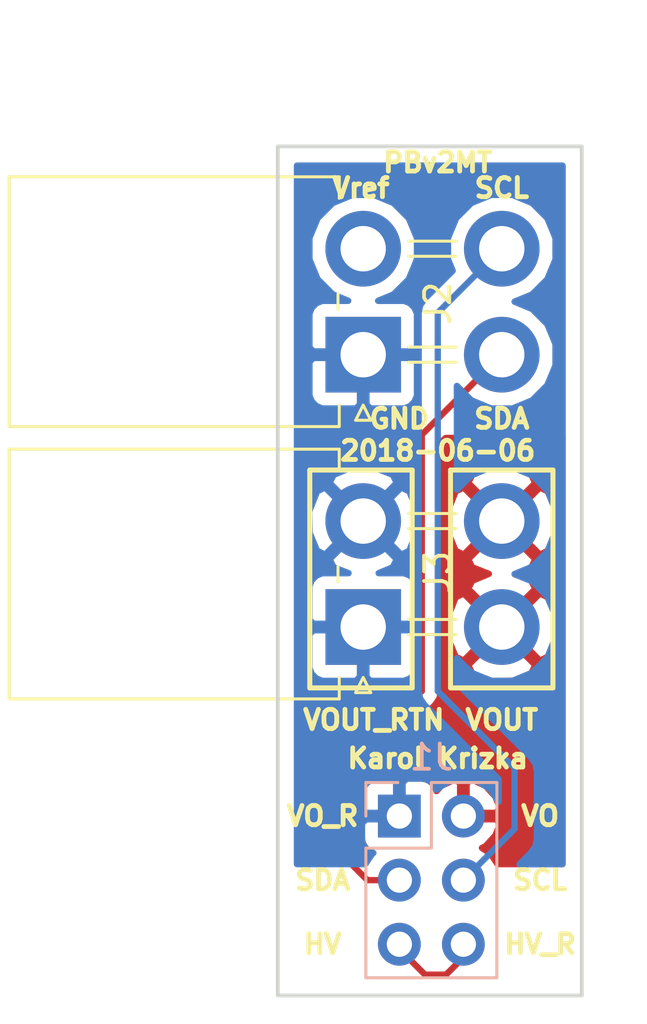
<source format=kicad_pcb>
(kicad_pcb (version 4) (host pcbnew 4.0.7)

  (general
    (links 8)
    (no_connects 3)
    (area 143.434999 78.029999 155.650001 111.835001)
    (thickness 1.6)
    (drawings 27)
    (tracks 16)
    (zones 0)
    (modules 3)
    (nets 7)
  )

  (page A4)
  (layers
    (0 F.Cu signal)
    (31 B.Cu signal)
    (32 B.Adhes user)
    (33 F.Adhes user)
    (34 B.Paste user)
    (35 F.Paste user)
    (36 B.SilkS user)
    (37 F.SilkS user)
    (38 B.Mask user)
    (39 F.Mask user)
    (40 Dwgs.User user)
    (41 Cmts.User user)
    (42 Eco1.User user)
    (43 Eco2.User user)
    (44 Edge.Cuts user)
    (45 Margin user)
    (46 B.CrtYd user)
    (47 F.CrtYd user)
    (48 B.Fab user)
    (49 F.Fab user)
  )

  (setup
    (last_trace_width 0.25)
    (trace_clearance 0.2)
    (zone_clearance 0.508)
    (zone_45_only no)
    (trace_min 0.2)
    (segment_width 0.2)
    (edge_width 0.15)
    (via_size 0.6)
    (via_drill 0.4)
    (via_min_size 0.4)
    (via_min_drill 0.3)
    (uvia_size 0.3)
    (uvia_drill 0.1)
    (uvias_allowed no)
    (uvia_min_size 0.2)
    (uvia_min_drill 0.1)
    (pcb_text_width 0.3)
    (pcb_text_size 1.5 1.5)
    (mod_edge_width 0.15)
    (mod_text_size 1 1)
    (mod_text_width 0.15)
    (pad_size 1.524 1.524)
    (pad_drill 0.762)
    (pad_to_mask_clearance 0.2)
    (aux_axis_origin 0 0)
    (visible_elements FFFFFF7F)
    (pcbplotparams
      (layerselection 0x00030_80000001)
      (usegerberextensions false)
      (excludeedgelayer true)
      (linewidth 0.100000)
      (plotframeref false)
      (viasonmask false)
      (mode 1)
      (useauxorigin false)
      (hpglpennumber 1)
      (hpglpenspeed 20)
      (hpglpendiameter 15)
      (hpglpenoverlay 2)
      (psnegative false)
      (psa4output false)
      (plotreference true)
      (plotvalue true)
      (plotinvisibletext false)
      (padsonsilk false)
      (subtractmaskfromsilk false)
      (outputformat 1)
      (mirror false)
      (drillshape 1)
      (scaleselection 1)
      (outputdirectory ""))
  )

  (net 0 "")
  (net 1 /VOUT)
  (net 2 /SCL)
  (net 3 /HVOUT)
  (net 4 /SDA)
  (net 5 GND)
  (net 6 /VREF)

  (net_class Default "This is the default net class."
    (clearance 0.2)
    (trace_width 0.25)
    (via_dia 0.6)
    (via_drill 0.4)
    (uvia_dia 0.3)
    (uvia_drill 0.1)
    (add_net /HVOUT)
    (add_net /SCL)
    (add_net /SDA)
    (add_net /VOUT)
    (add_net /VREF)
    (add_net GND)
  )

  (module Connectors_Molex:Molex_MiniFit-JR-5569-04A2_2x02x4.20mm_Angled (layer F.Cu) (tedit 58A28C61) (tstamp 5B18BC12)
    (at 146.9 86.36 90)
    (descr "Molex Mini-Fit JR, PN:5569-04A2, dual row, side entry type, through hole, with plastic peg mount")
    (tags "connector molex mini-fit 5569")
    (path /5B188EDE)
    (fp_text reference J2 (at 2.032 2.96 90) (layer F.SilkS)
      (effects (font (size 1 1) (thickness 0.15)))
    )
    (fp_text value Conn_02x02_Counter_Clockwise (at 2.1 10 90) (layer F.Fab)
      (effects (font (size 1 1) (thickness 0.15)))
    )
    (fp_line (start -3.19 -14.39) (end -3.19 7.5) (layer F.CrtYd) (width 0.05))
    (fp_line (start -3.19 7.5) (end 7.4 7.5) (layer F.CrtYd) (width 0.05))
    (fp_line (start 7.4 7.5) (end 7.4 -14.39) (layer F.CrtYd) (width 0.05))
    (fp_line (start 7.4 -14.39) (end -3.19 -14.39) (layer F.CrtYd) (width 0.05))
    (fp_line (start -2 -0.95) (end -2.85 -0.95) (layer F.SilkS) (width 0.12))
    (fp_line (start -2.85 -0.95) (end -2.85 -14.05) (layer F.SilkS) (width 0.12))
    (fp_line (start -2.85 -14.05) (end 2.1 -14.05) (layer F.SilkS) (width 0.12))
    (fp_line (start 6.2 -0.95) (end 7.05 -0.95) (layer F.SilkS) (width 0.12))
    (fp_line (start 7.05 -0.95) (end 7.05 -14.05) (layer F.SilkS) (width 0.12))
    (fp_line (start 7.05 -14.05) (end 2.1 -14.05) (layer F.SilkS) (width 0.12))
    (fp_line (start -2.7 -13.9) (end -2.7 -1.1) (layer F.Fab) (width 0.1))
    (fp_line (start -2.7 -1.1) (end 6.9 -1.1) (layer F.Fab) (width 0.1))
    (fp_line (start 6.9 -1.1) (end 6.9 -13.9) (layer F.Fab) (width 0.1))
    (fp_line (start 6.9 -13.9) (end -2.7 -13.9) (layer F.Fab) (width 0.1))
    (fp_line (start -0.3 1.8) (end -0.3 3.7) (layer F.SilkS) (width 0.12))
    (fp_line (start 0.3 1.8) (end 0.3 3.7) (layer F.SilkS) (width 0.12))
    (fp_line (start 3.9 1.8) (end 3.9 3.7) (layer F.SilkS) (width 0.12))
    (fp_line (start 4.5 1.8) (end 4.5 3.7) (layer F.SilkS) (width 0.12))
    (fp_line (start 1.8 -1) (end 2.4 -1) (layer F.SilkS) (width 0.12))
    (fp_line (start -2 0) (end -2.6 0.3) (layer F.SilkS) (width 0.12))
    (fp_line (start -2.6 0.3) (end -2.6 -0.3) (layer F.SilkS) (width 0.12))
    (fp_line (start -2.6 -0.3) (end -2 0) (layer F.SilkS) (width 0.12))
    (fp_line (start -2 0) (end -2.6 0.3) (layer F.Fab) (width 0.1))
    (fp_line (start -2.6 0.3) (end -2.6 -0.3) (layer F.Fab) (width 0.1))
    (fp_line (start -2.6 -0.3) (end -2 0) (layer F.Fab) (width 0.1))
    (fp_text user %R (at 2.1 -4.5 90) (layer F.Fab)
      (effects (font (size 1 1) (thickness 0.15)))
    )
    (pad 1 thru_hole rect (at 0 0 90) (size 3 3) (drill 1.8) (layers *.Cu *.Mask)
      (net 5 GND))
    (pad 2 thru_hole circle (at 4.2 0 90) (size 3 3) (drill 1.8) (layers *.Cu *.Mask)
      (net 6 /VREF))
    (pad 3 thru_hole circle (at 0 5.5 90) (size 3 3) (drill 1.8) (layers *.Cu *.Mask)
      (net 4 /SDA))
    (pad 4 thru_hole circle (at 4.2 5.5 90) (size 3 3) (drill 1.8) (layers *.Cu *.Mask)
      (net 2 /SCL))
    (pad "" np_thru_hole circle (at 2.1 -7.3 90) (size 3 3) (drill 3) (layers *.Cu *.Mask))
    (model ${KISYS3DMOD}/Connectors_Molex.3dshapes/Molex_MiniFit-JR-5569-04A2_2x02x4.20mm_Angled.wrl
      (at (xyz 0 0 0))
      (scale (xyz 1 1 1))
      (rotate (xyz 0 0 0))
    )
  )

  (module Connectors_Molex:Molex_MiniFit-JR-5569-04A2_2x02x4.20mm_Angled (layer F.Cu) (tedit 58A28C61) (tstamp 5B18BC1B)
    (at 146.9 97.155 90)
    (descr "Molex Mini-Fit JR, PN:5569-04A2, dual row, side entry type, through hole, with plastic peg mount")
    (tags "connector molex mini-fit 5569")
    (path /5B188E80)
    (fp_text reference J3 (at 2.159 2.96 90) (layer F.SilkS)
      (effects (font (size 1 1) (thickness 0.15)))
    )
    (fp_text value Conn_02x02_Counter_Clockwise (at 2.1 10 90) (layer F.Fab)
      (effects (font (size 1 1) (thickness 0.15)))
    )
    (fp_line (start -3.19 -14.39) (end -3.19 7.5) (layer F.CrtYd) (width 0.05))
    (fp_line (start -3.19 7.5) (end 7.4 7.5) (layer F.CrtYd) (width 0.05))
    (fp_line (start 7.4 7.5) (end 7.4 -14.39) (layer F.CrtYd) (width 0.05))
    (fp_line (start 7.4 -14.39) (end -3.19 -14.39) (layer F.CrtYd) (width 0.05))
    (fp_line (start -2 -0.95) (end -2.85 -0.95) (layer F.SilkS) (width 0.12))
    (fp_line (start -2.85 -0.95) (end -2.85 -14.05) (layer F.SilkS) (width 0.12))
    (fp_line (start -2.85 -14.05) (end 2.1 -14.05) (layer F.SilkS) (width 0.12))
    (fp_line (start 6.2 -0.95) (end 7.05 -0.95) (layer F.SilkS) (width 0.12))
    (fp_line (start 7.05 -0.95) (end 7.05 -14.05) (layer F.SilkS) (width 0.12))
    (fp_line (start 7.05 -14.05) (end 2.1 -14.05) (layer F.SilkS) (width 0.12))
    (fp_line (start -2.7 -13.9) (end -2.7 -1.1) (layer F.Fab) (width 0.1))
    (fp_line (start -2.7 -1.1) (end 6.9 -1.1) (layer F.Fab) (width 0.1))
    (fp_line (start 6.9 -1.1) (end 6.9 -13.9) (layer F.Fab) (width 0.1))
    (fp_line (start 6.9 -13.9) (end -2.7 -13.9) (layer F.Fab) (width 0.1))
    (fp_line (start -0.3 1.8) (end -0.3 3.7) (layer F.SilkS) (width 0.12))
    (fp_line (start 0.3 1.8) (end 0.3 3.7) (layer F.SilkS) (width 0.12))
    (fp_line (start 3.9 1.8) (end 3.9 3.7) (layer F.SilkS) (width 0.12))
    (fp_line (start 4.5 1.8) (end 4.5 3.7) (layer F.SilkS) (width 0.12))
    (fp_line (start 1.8 -1) (end 2.4 -1) (layer F.SilkS) (width 0.12))
    (fp_line (start -2 0) (end -2.6 0.3) (layer F.SilkS) (width 0.12))
    (fp_line (start -2.6 0.3) (end -2.6 -0.3) (layer F.SilkS) (width 0.12))
    (fp_line (start -2.6 -0.3) (end -2 0) (layer F.SilkS) (width 0.12))
    (fp_line (start -2 0) (end -2.6 0.3) (layer F.Fab) (width 0.1))
    (fp_line (start -2.6 0.3) (end -2.6 -0.3) (layer F.Fab) (width 0.1))
    (fp_line (start -2.6 -0.3) (end -2 0) (layer F.Fab) (width 0.1))
    (fp_text user %R (at 2.1 -4.5 90) (layer F.Fab)
      (effects (font (size 1 1) (thickness 0.15)))
    )
    (pad 1 thru_hole rect (at 0 0 90) (size 3 3) (drill 1.8) (layers *.Cu *.Mask)
      (net 5 GND))
    (pad 2 thru_hole circle (at 4.2 0 90) (size 3 3) (drill 1.8) (layers *.Cu *.Mask)
      (net 5 GND))
    (pad 3 thru_hole circle (at 0 5.5 90) (size 3 3) (drill 1.8) (layers *.Cu *.Mask)
      (net 1 /VOUT))
    (pad 4 thru_hole circle (at 4.2 5.5 90) (size 3 3) (drill 1.8) (layers *.Cu *.Mask)
      (net 1 /VOUT))
    (pad "" np_thru_hole circle (at 2.1 -7.3 90) (size 3 3) (drill 3) (layers *.Cu *.Mask))
    (model ${KISYS3DMOD}/Connectors_Molex.3dshapes/Molex_MiniFit-JR-5569-04A2_2x02x4.20mm_Angled.wrl
      (at (xyz 0 0 0))
      (scale (xyz 1 1 1))
      (rotate (xyz 0 0 0))
    )
  )

  (module Socket_Strips:Socket_Strip_Straight_2x03_Pitch2.54mm (layer B.Cu) (tedit 58CD5448) (tstamp 5B18C492)
    (at 148.336 104.648 180)
    (descr "Through hole straight socket strip, 2x03, 2.54mm pitch, double rows")
    (tags "Through hole socket strip THT 2x03 2.54mm double row")
    (path /5B18C0C8)
    (fp_text reference J1 (at -1.27 2.33 180) (layer B.SilkS)
      (effects (font (size 1 1) (thickness 0.15)) (justify mirror))
    )
    (fp_text value Conn_02x03_Odd_Even (at -1.27 -7.41 180) (layer B.Fab)
      (effects (font (size 1 1) (thickness 0.15)) (justify mirror))
    )
    (fp_line (start -3.81 1.27) (end -3.81 -6.35) (layer B.Fab) (width 0.1))
    (fp_line (start -3.81 -6.35) (end 1.27 -6.35) (layer B.Fab) (width 0.1))
    (fp_line (start 1.27 -6.35) (end 1.27 1.27) (layer B.Fab) (width 0.1))
    (fp_line (start 1.27 1.27) (end -3.81 1.27) (layer B.Fab) (width 0.1))
    (fp_line (start 1.33 -1.27) (end 1.33 -6.41) (layer B.SilkS) (width 0.12))
    (fp_line (start 1.33 -6.41) (end -3.87 -6.41) (layer B.SilkS) (width 0.12))
    (fp_line (start -3.87 -6.41) (end -3.87 1.33) (layer B.SilkS) (width 0.12))
    (fp_line (start -3.87 1.33) (end -1.27 1.33) (layer B.SilkS) (width 0.12))
    (fp_line (start -1.27 1.33) (end -1.27 -1.27) (layer B.SilkS) (width 0.12))
    (fp_line (start -1.27 -1.27) (end 1.33 -1.27) (layer B.SilkS) (width 0.12))
    (fp_line (start 1.33 0) (end 1.33 1.33) (layer B.SilkS) (width 0.12))
    (fp_line (start 1.33 1.33) (end 0.06 1.33) (layer B.SilkS) (width 0.12))
    (fp_line (start -4.35 1.8) (end -4.35 -6.85) (layer B.CrtYd) (width 0.05))
    (fp_line (start -4.35 -6.85) (end 1.8 -6.85) (layer B.CrtYd) (width 0.05))
    (fp_line (start 1.8 -6.85) (end 1.8 1.8) (layer B.CrtYd) (width 0.05))
    (fp_line (start 1.8 1.8) (end -4.35 1.8) (layer B.CrtYd) (width 0.05))
    (fp_text user %R (at -1.27 2.33 180) (layer B.Fab)
      (effects (font (size 1 1) (thickness 0.15)) (justify mirror))
    )
    (pad 1 thru_hole rect (at 0 0 180) (size 1.7 1.7) (drill 1) (layers *.Cu *.Mask)
      (net 5 GND))
    (pad 2 thru_hole oval (at -2.54 0 180) (size 1.7 1.7) (drill 1) (layers *.Cu *.Mask)
      (net 1 /VOUT))
    (pad 3 thru_hole oval (at 0 -2.54 180) (size 1.7 1.7) (drill 1) (layers *.Cu *.Mask)
      (net 4 /SDA))
    (pad 4 thru_hole oval (at -2.54 -2.54 180) (size 1.7 1.7) (drill 1) (layers *.Cu *.Mask)
      (net 2 /SCL))
    (pad 5 thru_hole oval (at 0 -5.08 180) (size 1.7 1.7) (drill 1) (layers *.Cu *.Mask)
      (net 3 /HVOUT))
    (pad 6 thru_hole oval (at -2.54 -5.08 180) (size 1.7 1.7) (drill 1) (layers *.Cu *.Mask)
      (net 3 /HVOUT))
    (model ${KISYS3DMOD}/Socket_Strips.3dshapes/Socket_Strip_Straight_2x03_Pitch2.54mm.wrl
      (at (xyz -0.05 -0.1 0))
      (scale (xyz 1 1 1))
      (rotate (xyz 0 0 270))
    )
  )

  (gr_text 2018-06-06 (at 149.86 90.17) (layer F.SilkS) (tstamp 5B18C763)
    (effects (font (size 0.762 0.762) (thickness 0.1905)))
  )
  (gr_text PBv2MT (at 149.86 78.74) (layer F.SilkS) (tstamp 5B18C73C)
    (effects (font (size 0.762 0.762) (thickness 0.1905)))
  )
  (gr_text "Karol Krizka" (at 149.86 102.362) (layer F.SilkS) (tstamp 5B18C725)
    (effects (font (size 0.762 0.762) (thickness 0.1905)))
  )
  (gr_text GND (at 148.336 88.9) (layer F.SilkS) (tstamp 5B18C65F)
    (effects (font (size 0.762 0.762) (thickness 0.1905)))
  )
  (gr_text SDA (at 152.4 88.9) (layer F.SilkS) (tstamp 5B18C658)
    (effects (font (size 0.762 0.762) (thickness 0.1905)))
  )
  (gr_text SCL (at 152.4 79.756) (layer F.SilkS) (tstamp 5B18C651)
    (effects (font (size 0.762 0.762) (thickness 0.1905)))
  )
  (gr_text Vref (at 146.812 79.756) (layer F.SilkS) (tstamp 5B18C649)
    (effects (font (size 0.762 0.762) (thickness 0.1905)))
  )
  (gr_line (start 154.432 90.932) (end 150.368 90.932) (layer F.SilkS) (width 0.2))
  (gr_line (start 154.432 99.568) (end 154.432 90.932) (layer F.SilkS) (width 0.2))
  (gr_line (start 150.368 99.568) (end 154.432 99.568) (layer F.SilkS) (width 0.2))
  (gr_line (start 150.368 90.932) (end 150.368 99.568) (layer F.SilkS) (width 0.2))
  (gr_line (start 144.78 90.932) (end 144.78 99.568) (layer F.SilkS) (width 0.2))
  (gr_line (start 148.844 90.932) (end 144.78 90.932) (layer F.SilkS) (width 0.2))
  (gr_line (start 148.844 99.568) (end 148.844 90.932) (layer F.SilkS) (width 0.2))
  (gr_line (start 144.78 99.568) (end 148.844 99.568) (layer F.SilkS) (width 0.2))
  (gr_text VOUT (at 152.4 100.838) (layer F.SilkS) (tstamp 5B18C5FC)
    (effects (font (size 0.762 0.762) (thickness 0.1905)))
  )
  (gr_text VOUT_RTN (at 147.32 100.838) (layer F.SilkS)
    (effects (font (size 0.762 0.762) (thickness 0.1905)))
  )
  (gr_text VO (at 153.924 104.648) (layer F.SilkS) (tstamp 5B18C5BD)
    (effects (font (size 0.762 0.762) (thickness 0.1905)))
  )
  (gr_text HV_R (at 153.924 109.728) (layer F.SilkS) (tstamp 5B18C5AF)
    (effects (font (size 0.762 0.762) (thickness 0.1905)))
  )
  (gr_text HV (at 145.288 109.728) (layer F.SilkS) (tstamp 5B18C5A6)
    (effects (font (size 0.762 0.762) (thickness 0.1905)))
  )
  (gr_text "SCL\n" (at 153.924 107.188) (layer F.SilkS) (tstamp 5B18C598)
    (effects (font (size 0.762 0.762) (thickness 0.1905)))
  )
  (gr_text SDA (at 145.288 107.188) (layer F.SilkS)
    (effects (font (size 0.762 0.762) (thickness 0.1905)))
  )
  (gr_text "VO_R\n" (at 145.288 104.648) (layer F.SilkS)
    (effects (font (size 0.762 0.762) (thickness 0.1905)))
  )
  (gr_line (start 143.51 78.105) (end 143.51 111.76) (layer Edge.Cuts) (width 0.15))
  (gr_line (start 155.575 78.105) (end 143.51 78.105) (layer Edge.Cuts) (width 0.15))
  (gr_line (start 155.575 111.76) (end 155.575 78.105) (layer Edge.Cuts) (width 0.15))
  (gr_line (start 143.51 111.76) (end 155.575 111.76) (layer Edge.Cuts) (width 0.15))

  (segment (start 152.908 102.743) (end 149.86 99.695) (width 0.25) (layer B.Cu) (net 2))
  (segment (start 152.908 105.156) (end 152.908 102.743) (width 0.25) (layer B.Cu) (net 2))
  (segment (start 150.876 107.188) (end 152.908 105.156) (width 0.25) (layer B.Cu) (net 2))
  (segment (start 149.86 99.695) (end 149.86 84.7) (width 0.25) (layer B.Cu) (net 2))
  (segment (start 149.86 84.7) (end 152.4 82.16) (width 0.25) (layer B.Cu) (net 2))
  (segment (start 148.5011 110.0836) (end 149.351099 110.933599) (width 0.25) (layer F.Cu) (net 3))
  (segment (start 149.351099 110.933599) (end 150.191101 110.933599) (width 0.25) (layer F.Cu) (net 3))
  (segment (start 150.191101 110.933599) (end 151.0411 110.0836) (width 0.25) (layer F.Cu) (net 3))
  (segment (start 146.05 106.172) (end 146.05 102.87) (width 0.25) (layer F.Cu) (net 4))
  (segment (start 148.336 107.188) (end 147.066 107.188) (width 0.25) (layer F.Cu) (net 4))
  (segment (start 147.066 107.188) (end 146.05 106.172) (width 0.25) (layer F.Cu) (net 4))
  (segment (start 149.225 99.695) (end 146.05 102.87) (width 0.25) (layer F.Cu) (net 4))
  (segment (start 149.225 89.535) (end 152.4 86.36) (width 0.25) (layer F.Cu) (net 4))
  (segment (start 149.225 99.695) (end 149.225 89.535) (width 0.25) (layer F.Cu) (net 4))
  (segment (start 149.86 88.9) (end 152.4 86.36) (width 0.25) (layer F.Cu) (net 4))
  (segment (start 146.9 85.48) (end 146.9 87.845) (width 0.25) (layer F.Cu) (net 5))

  (zone (net 5) (net_name GND) (layer B.Cu) (tstamp 0) (hatch edge 0.508)
    (connect_pads (clearance 0.508))
    (min_thickness 0.254)
    (fill yes (arc_segments 16) (thermal_gap 0.508) (thermal_bridge_width 0.508))
    (polygon
      (pts
        (xy 154.94 106.68) (xy 144.145 106.68) (xy 144.145 78.74) (xy 154.94 78.74)
      )
    )
    (filled_polygon
      (pts
        (xy 154.813 106.553) (xy 153.106502 106.553) (xy 153.572401 106.087101) (xy 153.737148 105.84054) (xy 153.76549 105.698054)
        (xy 153.795 105.5497) (xy 153.795 102.87) (xy 153.737148 102.579161) (xy 153.572401 102.332599) (xy 150.62 99.380198)
        (xy 150.62 98.393874) (xy 151.189041 98.963909) (xy 151.973459 99.289628) (xy 152.822815 99.29037) (xy 153.6078 98.96602)
        (xy 154.208909 98.365959) (xy 154.534628 97.581541) (xy 154.53537 96.732185) (xy 154.21102 95.9472) (xy 153.610959 95.346091)
        (xy 152.909177 95.054686) (xy 153.6078 94.76602) (xy 154.208909 94.165959) (xy 154.534628 93.381541) (xy 154.53537 92.532185)
        (xy 154.21102 91.7472) (xy 153.610959 91.146091) (xy 152.826541 90.820372) (xy 151.977185 90.81963) (xy 151.1922 91.14398)
        (xy 150.62 91.715182) (xy 150.62 87.598874) (xy 151.189041 88.168909) (xy 151.973459 88.494628) (xy 152.822815 88.49537)
        (xy 153.6078 88.17102) (xy 154.208909 87.570959) (xy 154.534628 86.786541) (xy 154.53537 85.937185) (xy 154.21102 85.1522)
        (xy 153.610959 84.551091) (xy 152.909177 84.259686) (xy 153.6078 83.97102) (xy 154.208909 83.370959) (xy 154.534628 82.586541)
        (xy 154.53537 81.737185) (xy 154.21102 80.9522) (xy 153.610959 80.351091) (xy 152.826541 80.025372) (xy 151.977185 80.02463)
        (xy 151.1922 80.34898) (xy 150.591091 80.949041) (xy 150.265372 81.733459) (xy 150.26463 82.582815) (xy 150.451098 83.0341)
        (xy 149.322599 84.162599) (xy 149.157852 84.409161) (xy 149.1 84.7) (xy 149.1 99.695) (xy 149.157852 99.985839)
        (xy 149.322599 100.232401) (xy 152.275 103.184802) (xy 152.275 104.076641) (xy 151.955147 103.597946) (xy 151.473378 103.276039)
        (xy 150.905093 103.163) (xy 150.846907 103.163) (xy 150.278622 103.276039) (xy 149.796853 103.597946) (xy 149.792903 103.603858)
        (xy 149.724327 103.438301) (xy 149.545698 103.259673) (xy 149.312309 103.163) (xy 148.62175 103.163) (xy 148.463 103.32175)
        (xy 148.463 104.521) (xy 148.483 104.521) (xy 148.483 104.775) (xy 148.463 104.775) (xy 148.463 104.795)
        (xy 148.209 104.795) (xy 148.209 104.775) (xy 147.00975 104.775) (xy 146.851 104.93375) (xy 146.851 105.62431)
        (xy 146.947673 105.857699) (xy 147.126302 106.036327) (xy 147.300777 106.108597) (xy 147.256853 106.137946) (xy 146.979523 106.553)
        (xy 144.272 106.553) (xy 144.272 103.67169) (xy 146.851 103.67169) (xy 146.851 104.36225) (xy 147.00975 104.521)
        (xy 148.209 104.521) (xy 148.209 103.32175) (xy 148.05025 103.163) (xy 147.359691 103.163) (xy 147.126302 103.259673)
        (xy 146.947673 103.438301) (xy 146.851 103.67169) (xy 144.272 103.67169) (xy 144.272 97.44075) (xy 144.765 97.44075)
        (xy 144.765 98.781309) (xy 144.861673 99.014698) (xy 145.040301 99.193327) (xy 145.27369 99.29) (xy 146.61425 99.29)
        (xy 146.773 99.13125) (xy 146.773 97.282) (xy 147.027 97.282) (xy 147.027 99.13125) (xy 147.18575 99.29)
        (xy 148.52631 99.29) (xy 148.759699 99.193327) (xy 148.938327 99.014698) (xy 149.035 98.781309) (xy 149.035 97.44075)
        (xy 148.87625 97.282) (xy 147.027 97.282) (xy 146.773 97.282) (xy 144.92375 97.282) (xy 144.765 97.44075)
        (xy 144.272 97.44075) (xy 144.272 95.528691) (xy 144.765 95.528691) (xy 144.765 96.86925) (xy 144.92375 97.028)
        (xy 146.773 97.028) (xy 146.773 97.008) (xy 147.027 97.008) (xy 147.027 97.028) (xy 148.87625 97.028)
        (xy 149.035 96.86925) (xy 149.035 95.528691) (xy 148.938327 95.295302) (xy 148.759699 95.116673) (xy 148.52631 95.02)
        (xy 147.513854 95.02) (xy 148.074582 94.787739) (xy 148.234365 94.46897) (xy 146.9 93.134605) (xy 145.565635 94.46897)
        (xy 145.725418 94.787739) (xy 146.317916 95.02) (xy 145.27369 95.02) (xy 145.040301 95.116673) (xy 144.861673 95.295302)
        (xy 144.765 95.528691) (xy 144.272 95.528691) (xy 144.272 92.571187) (xy 144.757277 92.571187) (xy 144.773503 93.420387)
        (xy 145.067261 94.129582) (xy 145.38603 94.289365) (xy 146.720395 92.955) (xy 147.079605 92.955) (xy 148.41397 94.289365)
        (xy 148.732739 94.129582) (xy 149.042723 93.338813) (xy 149.026497 92.489613) (xy 148.732739 91.780418) (xy 148.41397 91.620635)
        (xy 147.079605 92.955) (xy 146.720395 92.955) (xy 145.38603 91.620635) (xy 145.067261 91.780418) (xy 144.757277 92.571187)
        (xy 144.272 92.571187) (xy 144.272 91.44103) (xy 145.565635 91.44103) (xy 146.9 92.775395) (xy 148.234365 91.44103)
        (xy 148.074582 91.122261) (xy 147.283813 90.812277) (xy 146.434613 90.828503) (xy 145.725418 91.122261) (xy 145.565635 91.44103)
        (xy 144.272 91.44103) (xy 144.272 86.64575) (xy 144.765 86.64575) (xy 144.765 87.986309) (xy 144.861673 88.219698)
        (xy 145.040301 88.398327) (xy 145.27369 88.495) (xy 146.61425 88.495) (xy 146.773 88.33625) (xy 146.773 86.487)
        (xy 147.027 86.487) (xy 147.027 88.33625) (xy 147.18575 88.495) (xy 148.52631 88.495) (xy 148.759699 88.398327)
        (xy 148.938327 88.219698) (xy 149.035 87.986309) (xy 149.035 86.64575) (xy 148.87625 86.487) (xy 147.027 86.487)
        (xy 146.773 86.487) (xy 144.92375 86.487) (xy 144.765 86.64575) (xy 144.272 86.64575) (xy 144.272 82.582815)
        (xy 144.76463 82.582815) (xy 145.08898 83.3678) (xy 145.689041 83.968909) (xy 146.305776 84.225) (xy 145.27369 84.225)
        (xy 145.040301 84.321673) (xy 144.861673 84.500302) (xy 144.765 84.733691) (xy 144.765 86.07425) (xy 144.92375 86.233)
        (xy 146.773 86.233) (xy 146.773 86.213) (xy 147.027 86.213) (xy 147.027 86.233) (xy 148.87625 86.233)
        (xy 149.035 86.07425) (xy 149.035 84.733691) (xy 148.938327 84.500302) (xy 148.759699 84.321673) (xy 148.52631 84.225)
        (xy 147.493123 84.225) (xy 148.1078 83.97102) (xy 148.708909 83.370959) (xy 149.034628 82.586541) (xy 149.03537 81.737185)
        (xy 148.71102 80.9522) (xy 148.110959 80.351091) (xy 147.326541 80.025372) (xy 146.477185 80.02463) (xy 145.6922 80.34898)
        (xy 145.091091 80.949041) (xy 144.765372 81.733459) (xy 144.76463 82.582815) (xy 144.272 82.582815) (xy 144.272 78.867)
        (xy 154.813 78.867)
      )
    )
  )
  (zone (net 1) (net_name /VOUT) (layer F.Cu) (tstamp 0) (hatch edge 0.508)
    (connect_pads (clearance 0.508))
    (min_thickness 0.254)
    (fill yes (arc_segments 16) (thermal_gap 0.508) (thermal_bridge_width 0.508))
    (polygon
      (pts
        (xy 144.145 106.68) (xy 154.94 106.68) (xy 154.94 89.535) (xy 144.145 89.535)
      )
    )
    (filled_polygon
      (pts
        (xy 154.813 106.553) (xy 152.232477 106.553) (xy 151.955147 106.137946) (xy 151.614447 105.910298) (xy 151.757358 105.843183)
        (xy 152.147645 105.414924) (xy 152.317476 105.00489) (xy 152.196155 104.775) (xy 151.003 104.775) (xy 151.003 104.795)
        (xy 150.749 104.795) (xy 150.749 104.775) (xy 150.729 104.775) (xy 150.729 104.521) (xy 150.749 104.521)
        (xy 150.749 103.327181) (xy 151.003 103.327181) (xy 151.003 104.521) (xy 152.196155 104.521) (xy 152.317476 104.29111)
        (xy 152.147645 103.881076) (xy 151.757358 103.452817) (xy 151.232892 103.206514) (xy 151.003 103.327181) (xy 150.749 103.327181)
        (xy 150.519108 103.206514) (xy 149.994642 103.452817) (xy 149.807192 103.658504) (xy 149.789162 103.562683) (xy 149.65009 103.346559)
        (xy 149.43789 103.201569) (xy 149.186 103.15056) (xy 147.486 103.15056) (xy 147.250683 103.194838) (xy 147.034559 103.33391)
        (xy 146.889569 103.54611) (xy 146.83856 103.798) (xy 146.83856 105.498) (xy 146.882838 105.733317) (xy 147.02191 105.949441)
        (xy 147.23411 106.094431) (xy 147.301541 106.108086) (xy 147.256853 106.137946) (xy 146.986845 106.542043) (xy 146.81 106.365198)
        (xy 146.81 103.184802) (xy 149.762401 100.232401) (xy 149.927148 99.985839) (xy 149.985 99.695) (xy 149.985 98.66897)
        (xy 151.065635 98.66897) (xy 151.225418 98.987739) (xy 152.016187 99.297723) (xy 152.865387 99.281497) (xy 153.574582 98.987739)
        (xy 153.734365 98.66897) (xy 152.4 97.334605) (xy 151.065635 98.66897) (xy 149.985 98.66897) (xy 149.985 96.771187)
        (xy 150.257277 96.771187) (xy 150.273503 97.620387) (xy 150.567261 98.329582) (xy 150.88603 98.489365) (xy 152.220395 97.155)
        (xy 152.579605 97.155) (xy 153.91397 98.489365) (xy 154.232739 98.329582) (xy 154.542723 97.538813) (xy 154.526497 96.689613)
        (xy 154.232739 95.980418) (xy 153.91397 95.820635) (xy 152.579605 97.155) (xy 152.220395 97.155) (xy 150.88603 95.820635)
        (xy 150.567261 95.980418) (xy 150.257277 96.771187) (xy 149.985 96.771187) (xy 149.985 94.46897) (xy 151.065635 94.46897)
        (xy 151.225418 94.787739) (xy 151.888419 95.047637) (xy 151.225418 95.322261) (xy 151.065635 95.64103) (xy 152.4 96.975395)
        (xy 153.734365 95.64103) (xy 153.574582 95.322261) (xy 152.911581 95.062363) (xy 153.574582 94.787739) (xy 153.734365 94.46897)
        (xy 152.4 93.134605) (xy 151.065635 94.46897) (xy 149.985 94.46897) (xy 149.985 92.571187) (xy 150.257277 92.571187)
        (xy 150.273503 93.420387) (xy 150.567261 94.129582) (xy 150.88603 94.289365) (xy 152.220395 92.955) (xy 152.579605 92.955)
        (xy 153.91397 94.289365) (xy 154.232739 94.129582) (xy 154.542723 93.338813) (xy 154.526497 92.489613) (xy 154.232739 91.780418)
        (xy 153.91397 91.620635) (xy 152.579605 92.955) (xy 152.220395 92.955) (xy 150.88603 91.620635) (xy 150.567261 91.780418)
        (xy 150.257277 92.571187) (xy 149.985 92.571187) (xy 149.985 91.44103) (xy 151.065635 91.44103) (xy 152.4 92.775395)
        (xy 153.734365 91.44103) (xy 153.574582 91.122261) (xy 152.783813 90.812277) (xy 151.934613 90.828503) (xy 151.225418 91.122261)
        (xy 151.065635 91.44103) (xy 149.985 91.44103) (xy 149.985 89.849802) (xy 150.172802 89.662) (xy 154.813 89.662)
      )
    )
  )
)

</source>
